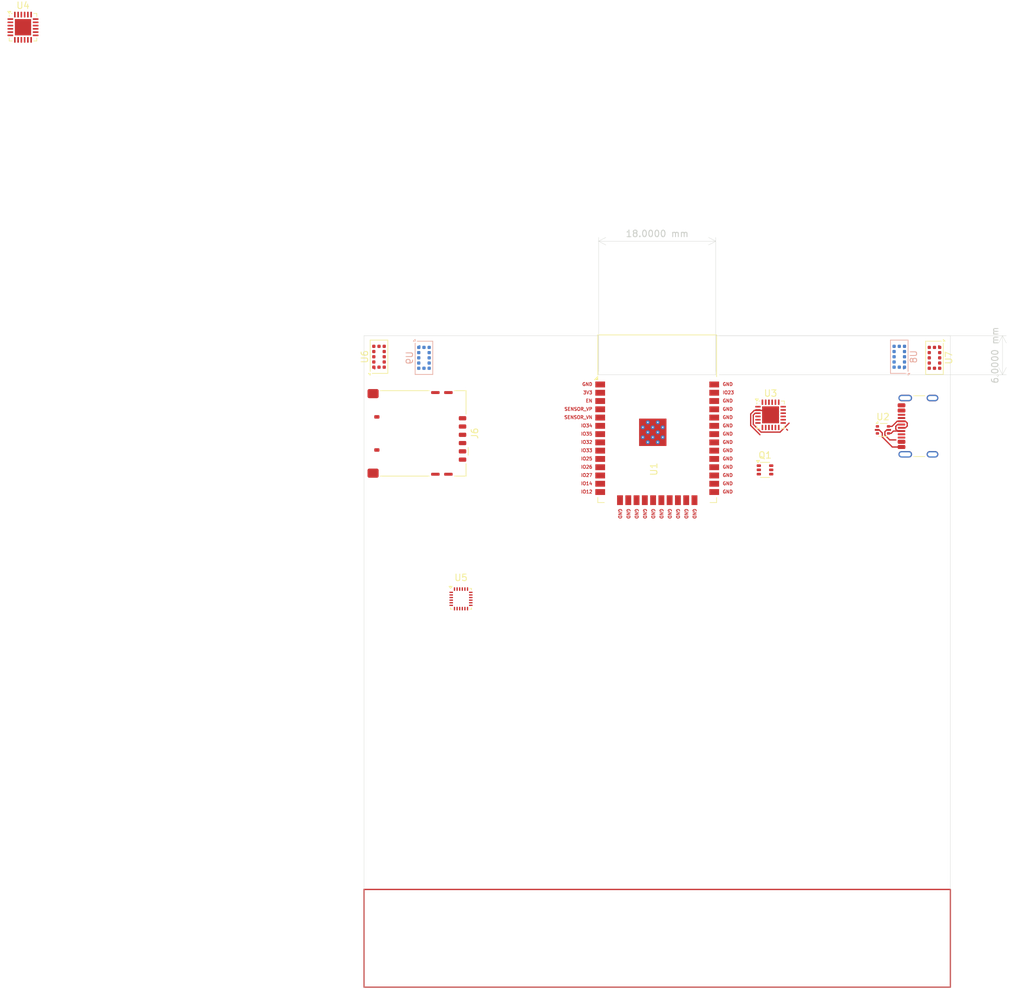
<source format=kicad_pcb>
(kicad_pcb (version 20240108) (generator "pcbnew") (generator_version "8.0")
  (layers (0 "F.Cu" signal) (31 "B.Cu" signal) (34 "B.Paste" user) (35 "F.Paste" user) (36 "B.SilkS" user "B.Silkscreen") (37 "F.SilkS" user "F.Silkscreen") (38 "B.Mask" user) (39 "F.Mask" user) (44 "Edge.Cuts" user))
  (net 0 "")
  (net 35 "GND")
  (net 36 "+3.3V")
  (net 37 "Net-(J1-D+-PadA6)")
  (net 38 "Net-(J1-D--PadA7)")
  (net 39 "+5VP")
  (net 40 "Net-(J1-CC1)")
  (net 41 "Net-(J1-CC2)")
  (net 49 "Net-(U4-GND-Pad19)")
  (net 51 "Net-(U4-SNS-Pad15)")
  (net 53 "Net-(U4-SW-Pad17)")
  (net 56 "Net-(U4-PMID-Pad21)")
  (net 61 "Net-(U4-BAT-Pad13)")
  (net 69 "Net-(U3-D+)")
  (net 70 "Net-(U3-D-)")
  (net 71 "+5V")
  (net 114 "Net-(U6-GND-Pad12)")
  (net 122 "Net-(U7-GND-Pad12)")
  (net 134 "Net-(U8-GND-Pad12)")
  (net 138 "Net-(U9-GND-Pad12)")
  (footprint "Connector_Card:microSIM_JAE_SF53S006VCBR2000" (layer "F.Cu") (at 63.5 65 -90)
    (property "Reference" "J6" (at 0 -8.5 90) (layer "F.SilkS"))
    (property "Value" "Micro_SD_Card_Det1")
    (fp_line (start -6.56 5.96) (end -6.56 -1.5) (stroke (width 0.12)) (layer "F.SilkS"))
    (fp_line (start 6.56 5.96) (end 6.56 -1.5) (stroke (width 0.12)) (layer "F.SilkS"))
    (fp_line (start -6.56 -5.4) (end -6.56 -7.16) (stroke (width 0.12)) (layer "F.SilkS"))
    (fp_line (start 6.56 -5.4) (end 6.56 -7.16) (stroke (width 0.12)) (layer "F.SilkS"))
    (fp_line (start -6.56 -7.16) (end -2.95 -7.16) (stroke (width 0.12)) (layer "F.SilkS"))
    (fp_line (start 4.65 -7.16) (end 6.56 -7.16) (stroke (width 0.12)) (layer "F.SilkS"))
    (fp_line (start 3.355 -7.495) (end 2.155 -7.495) (stroke (width 0.12)) (layer "F.SilkS"))
    (pad "1" smd roundrect (at 2.755 -6.62 270) (size 0.65 1.15) (layers "F.Cu" "F.Paste" "F.Mask"))
    (pad "2" smd roundrect (at 0.215 -6.62 270) (size 0.65 1.15) (layers "F.Cu" "F.Paste" "F.Mask"))
    (pad "3" smd roundrect (at -2.325 -6.62 270) (size 0.65 1.15) (layers "F.Cu" "F.Paste" "F.Mask"))
    (pad "5" smd roundrect (at 4.025 -6.62 270) (size 0.65 1.15) (layers "F.Cu" "F.Paste" "F.Mask"))
    (pad "6" smd roundrect (at 1.485 -6.62 270) (size 0.65 1.15) (layers "F.Cu" "F.Paste" "F.Mask"))
    (pad "7" smd roundrect (at -1.055 -6.62 270) (size 0.65 1.15) (layers "F.Cu" "F.Paste" "F.Mask"))
    (pad "SH" smd roundrect (at -6.27 -4.45 270) (size 0.45 1.3) (layers "F.Cu" "F.Paste" "F.Mask"))
    (pad "SH" smd roundrect (at -6.27 -2.45 270) (size 0.45 1.3) (layers "F.Cu" "F.Paste" "F.Mask"))
    (pad "SH" smd roundrect (at -6.105 7.11 270) (size 1.4 1.7) (layers "F.Cu" "F.Paste" "F.Mask") (roundrect_rratio 0.1785714286))
    (pad "SH" smd roundrect (at -2.535 6.53 270) (size 0.54 0.8) (layers "F.Cu" "F.Paste" "F.Mask"))
    (pad "SH" smd roundrect (at 2.545 6.53 270) (size 0.54 0.8) (layers "F.Cu" "F.Paste" "F.Mask"))
    (pad "SH" smd roundrect (at 6.105 7.11 270) (size 1.4 1.7) (layers "F.Cu" "F.Paste" "F.Mask") (roundrect_rratio 0.1785714286))
    (pad "SH" smd roundrect (at 6.27 -4.45 270) (size 0.45 1.3) (layers "F.Cu" "F.Paste" "F.Mask"))
    (pad "SH" smd roundrect (at 6.27 -2.45 270) (size 0.45 1.3) (layers "F.Cu" "F.Paste" "F.Mask"))
  )
  (footprint "Sensor_Distance:ST_VL53L1x" (layer "F.Cu") (at 142.56 53.4 -90)
    (property "Reference" "U7" (at 0 -2.2 90) (layer "F.SilkS"))
    (property "Value" "VL53L0CXV0DH1")
    (fp_line (start -2.55 1.35) (end 2.55 1.35) (stroke (width 0.12)) (layer "F.SilkS"))
    (fp_line (start 2.55 1.35) (end 2.55 -1.35) (stroke (width 0.12)) (layer "F.SilkS"))
    (fp_line (start -2.55 -1.05) (end -2.55 1.35) (stroke (width 0.12)) (layer "F.SilkS"))
    (fp_line (start 2.55 -1.35) (end -2.25 -1.35) (stroke (width 0.12)) (layer "F.SilkS"))
    (fp_poly (pts (xy -2.55 -1.35) (xy -2.83 -1.35) (xy -2.55 -1.63) (xy -2.55 -1.35)) (stroke (width 0.12)) (fill solid) (layer "F.SilkS"))
    (pad "1" smd roundrect (at -1.74 -0.675 270) (size 0.38 0.25) (layers "F.Cu" "F.Paste" "F.Mask"))
    (pad "1" smd roundrect (at -1.6 -0.8 270) (size 0.5 0.5) (layers "F.Cu" "F.Paste" "F.Mask"))
    (pad "2" smd roundrect (at -0.8 -0.8 270) (size 0.5 0.5) (layers "F.Cu" "F.Paste" "F.Mask"))
    (pad "3" smd roundrect (at 0 -0.8 270) (size 0.5 0.5) (layers "F.Cu" "F.Paste" "F.Mask") (net 122 "Net-(U7-GND-Pad12)"))
    (pad "4" smd roundrect (at 0.8 -0.8 270) (size 0.5 0.5) (layers "F.Cu" "F.Paste" "F.Mask") (net 122 "Net-(U7-GND-Pad12)"))
    (pad "5" smd roundrect (at 1.6 -0.8 270) (size 0.5 0.5) (layers "F.Cu" "F.Paste" "F.Mask"))
    (pad "6" smd roundrect (at 1.6 0 270) (size 0.5 0.5) (layers "F.Cu" "F.Paste" "F.Mask") (net 122 "Net-(U7-GND-Pad12)"))
    (pad "7" smd roundrect (at 1.6 0.8 270) (size 0.5 0.5) (layers "F.Cu" "F.Paste" "F.Mask"))
    (pad "8" smd roundrect (at 0.8 0.8 270) (size 0.5 0.5) (layers "F.Cu" "F.Paste" "F.Mask"))
    (pad "9" smd roundrect (at 0 0.8 270) (size 0.5 0.5) (layers "F.Cu" "F.Paste" "F.Mask"))
    (pad "10" smd roundrect (at -0.8 0.8 270) (size 0.5 0.5) (layers "F.Cu" "F.Paste" "F.Mask"))
    (pad "11" smd roundrect (at -1.6 0.8 270) (size 0.5 0.5) (layers "F.Cu" "F.Paste" "F.Mask"))
    (pad "12" smd roundrect (at -1.6 0 270) (size 0.5 0.5) (layers "F.Cu" "F.Paste" "F.Mask") (net 122 "Net-(U7-GND-Pad12)"))
  )
  (footprint "Package_TO_SOT_SMD:SOT-666" (layer "F.Cu") (at 134.65 64.4625)
    (property "Reference" "U2" (at 0 -2 0) (layer "F.SilkS"))
    (property "Value" "USBLC6-2P6")
    (fp_line (start 0.65 -0.99) (end -0.4 -0.99) (stroke (width 0.12)) (layer "F.SilkS"))
    (fp_line (start 0.65 0.99) (end -0.65 0.99) (stroke (width 0.12)) (layer "F.SilkS"))
    (fp_poly (pts (xy -0.77 -0.99) (xy -1.05 -0.99) (xy -0.77 -1.27) (xy -0.77 -0.99)) (stroke (width 0.12)) (fill solid) (layer "F.SilkS"))
    (pad "1" smd roundrect (at -0.85 -0.5375) (size 0.5 0.375) (layers "F.Cu" "F.Paste" "F.Mask") (net 69 "Net-(U3-D+)"))
    (pad "2" smd roundrect (at -0.925 0) (size 0.65 0.3) (layers "F.Cu" "F.Paste" "F.Mask") (net 35 "GND"))
    (pad "3" smd roundrect (at -0.85 0.5375) (size 0.5 0.375) (layers "F.Cu" "F.Paste" "F.Mask") (net 70 "Net-(U3-D-)"))
    (pad "4" smd roundrect (at 0.85 0.5375) (size 0.5 0.375) (layers "F.Cu" "F.Paste" "F.Mask") (net 38 "Net-(J1-D--PadA7)"))
    (pad "5" smd roundrect (at 0.925 0) (size 0.65 0.3) (layers "F.Cu" "F.Paste" "F.Mask") (net 71 "+5V"))
    (pad "6" smd roundrect (at 0.85 -0.5375) (size 0.5 0.375) (layers "F.Cu" "F.Paste" "F.Mask") (net 37 "Net-(J1-D+-PadA6)"))
  )
  (footprint "Package_DFN_QFN:QFN-24-1EP_4x4mm_P0.5mm_EP2.6x2.6mm" (layer "F.Cu") (at 117.4 62.15)
    (property "Reference" "U3" (at 0 -3.3 0) (layer "F.SilkS"))
    (property "Value" "CP2104")
    (fp_line (start -2.11 -1.635) (end -2.11 -1.87) (stroke (width 0.12)) (layer "F.SilkS"))
    (fp_line (start -2.11 2.11) (end -2.11 1.635) (stroke (width 0.12)) (layer "F.SilkS"))
    (fp_line (start -1.635 -2.11) (end -1.81 -2.11) (stroke (width 0.12)) (layer "F.SilkS"))
    (fp_line (start -1.635 2.11) (end -2.11 2.11) (stroke (width 0.12)) (layer "F.SilkS"))
    (fp_line (start 1.635 -2.11) (end 2.11 -2.11) (stroke (width 0.12)) (layer "F.SilkS"))
    (fp_line (start 1.635 2.11) (end 2.11 2.11) (stroke (width 0.12)) (layer "F.SilkS"))
    (fp_line (start 2.11 -2.11) (end 2.11 -1.635) (stroke (width 0.12)) (layer "F.SilkS"))
    (fp_line (start 2.11 2.11) (end 2.11 1.635) (stroke (width 0.12)) (layer "F.SilkS"))
    (fp_poly (pts (xy -2.11 -2.11) (xy -2.35 -2.44) (xy -1.87 -2.44) (xy -2.11 -2.11)) (stroke (width 0.12)) (fill solid) (layer "F.SilkS"))
    (pad "1" smd roundrect (at -1.9375 -1.25) (size 0.825 0.25) (layers "F.Cu" "F.Paste" "F.Mask"))
    (pad "2" smd roundrect (at -1.9375 -0.75) (size 0.825 0.25) (layers "F.Cu" "F.Paste" "F.Mask") (net 35 "GND"))
    (pad "3" smd roundrect (at -1.9375 -0.25) (size 0.825 0.25) (layers "F.Cu" "F.Paste" "F.Mask") (net 69 "Net-(U3-D+)"))
    (pad "4" smd roundrect (at -1.9375 0.25) (size 0.825 0.25) (layers "F.Cu" "F.Paste" "F.Mask") (net 70 "Net-(U3-D-)"))
    (pad "5" smd roundrect (at -1.9375 0.75) (size 0.825 0.25) (layers "F.Cu" "F.Paste" "F.Mask"))
    (pad "6" smd roundrect (at -1.9375 1.25) (size 0.825 0.25) (layers "F.Cu" "F.Paste" "F.Mask"))
    (pad "7" smd roundrect (at -1.25 1.9375) (size 0.25 0.825) (layers "F.Cu" "F.Paste" "F.Mask") (net 71 "+5V"))
    (pad "8" smd roundrect (at -0.75 1.9375) (size 0.25 0.825) (layers "F.Cu" "F.Paste" "F.Mask") (net 71 "+5V"))
    (pad "9" smd roundrect (at -0.25 1.9375) (size 0.25 0.825) (layers "F.Cu" "F.Paste" "F.Mask"))
    (pad "10" smd roundrect (at 0.25 1.9375) (size 0.25 0.825) (layers "F.Cu" "F.Paste" "F.Mask"))
    (pad "11" smd roundrect (at 0.75 1.9375) (size 0.25 0.825) (layers "F.Cu" "F.Paste" "F.Mask"))
    (pad "12" smd roundrect (at 1.25 1.9375) (size 0.25 0.825) (layers "F.Cu" "F.Paste" "F.Mask"))
    (pad "13" smd roundrect (at 1.9375 1.25) (size 0.825 0.25) (layers "F.Cu" "F.Paste" "F.Mask"))
    (pad "14" smd roundrect (at 1.9375 0.75) (size 0.825 0.25) (layers "F.Cu" "F.Paste" "F.Mask"))
    (pad "15" smd roundrect (at 1.9375 0.25) (size 0.825 0.25) (layers "F.Cu" "F.Paste" "F.Mask"))
    (pad "16" smd roundrect (at 1.9375 -0.25) (size 0.825 0.25) (layers "F.Cu" "F.Paste" "F.Mask"))
    (pad "17" smd roundrect (at 1.9375 -0.75) (size 0.825 0.25) (layers "F.Cu" "F.Paste" "F.Mask"))
    (pad "18" smd roundrect (at 1.9375 -1.25) (size 0.825 0.25) (layers "F.Cu" "F.Paste" "F.Mask"))
    (pad "19" smd roundrect (at 1.25 -1.9375) (size 0.25 0.825) (layers "F.Cu" "F.Paste" "F.Mask"))
    (pad "20" smd roundrect (at 0.75 -1.9375) (size 0.25 0.825) (layers "F.Cu" "F.Paste" "F.Mask"))
    (pad "21" smd roundrect (at 0.25 -1.9375) (size 0.25 0.825) (layers "F.Cu" "F.Paste" "F.Mask"))
    (pad "22" smd roundrect (at -0.25 -1.9375) (size 0.25 0.825) (layers "F.Cu" "F.Paste" "F.Mask"))
    (pad "23" smd roundrect (at -0.75 -1.9375) (size 0.25 0.825) (layers "F.Cu" "F.Paste" "F.Mask"))
    (pad "24" smd roundrect (at -1.25 -1.9375) (size 0.25 0.825) (layers "F.Cu" "F.Paste" "F.Mask"))
    (pad "25" smd rect (at 0 0) (size 2.6 2.6) (property pad_prop_heatsink) (layers "F.Cu" "F.Mask") (net 35 "GND"))
  )
  (footprint "RF_Module:ESP32-WROOM-32" (layer "F.Cu") (at 100 65.74)
    (property "Reference" "U1" (at -0.5 4.76 90) (layer "F.SilkS"))
    (property "Value" "ESP32-WROOM-32")
    (fp_line (start -9.12 -15.86) (end -9.12 -9.7) (stroke (width 0.12)) (layer "F.SilkS"))
    (fp_line (start -9.12 -15.86) (end 9.12 -15.86) (stroke (width 0.12)) (layer "F.SilkS"))
    (fp_line (start -9.12 9.1) (end -9.12 9.88) (stroke (width 0.12)) (layer "F.SilkS"))
    (fp_line (start -9.12 9.88) (end -8.12 9.88) (stroke (width 0.12)) (layer "F.SilkS"))
    (fp_line (start 9.12 -15.86) (end 9.12 -9.445) (stroke (width 0.12)) (layer "F.SilkS"))
    (fp_line (start 9.12 9.1) (end 9.12 9.88) (stroke (width 0.12)) (layer "F.SilkS"))
    (fp_line (start 9.12 9.88) (end 8.12 9.88) (stroke (width 0.12)) (layer "F.SilkS"))
    (fp_poly (pts (xy -9.125 -8.975) (xy -9.625 -8.975) (xy -9.125 -9.475) (xy -9.125 -8.975)) (stroke (width 0.12)) (fill solid) (layer "F.SilkS"))
    (pad "1" smd rect (at -8.75 -8.25) (size 1.5 0.9) (layers "F.Cu" "F.Paste" "F.Mask") (net 35 "GND"))
    (pad "2" smd rect (at -8.75 -6.98) (size 1.5 0.9) (layers "F.Cu" "F.Paste" "F.Mask") (net 36 "+3.3V"))
    (pad "3" smd rect (at -8.75 -5.71) (size 1.5 0.9) (layers "F.Cu" "F.Paste" "F.Mask"))
    (pad "4" smd rect (at -8.75 -4.44) (size 1.5 0.9) (layers "F.Cu" "F.Paste" "F.Mask"))
    (pad "5" smd rect (at -8.75 -3.17) (size 1.5 0.9) (layers "F.Cu" "F.Paste" "F.Mask"))
    (pad "6" smd rect (at -8.75 -1.9) (size 1.5 0.9) (layers "F.Cu" "F.Paste" "F.Mask"))
    (pad "7" smd rect (at -8.75 -0.63) (size 1.5 0.9) (layers "F.Cu" "F.Paste" "F.Mask"))
    (pad "8" smd rect (at -8.75 0.64) (size 1.5 0.9) (layers "F.Cu" "F.Paste" "F.Mask"))
    (pad "9" smd rect (at -8.75 1.91) (size 1.5 0.9) (layers "F.Cu" "F.Paste" "F.Mask"))
    (pad "10" smd rect (at -8.75 3.18) (size 1.5 0.9) (layers "F.Cu" "F.Paste" "F.Mask"))
    (pad "11" smd rect (at -8.75 4.45) (size 1.5 0.9) (layers "F.Cu" "F.Paste" "F.Mask"))
    (pad "12" smd rect (at -8.75 5.72) (size 1.5 0.9) (layers "F.Cu" "F.Paste" "F.Mask"))
    (pad "13" smd rect (at -8.75 6.99) (size 1.5 0.9) (layers "F.Cu" "F.Paste" "F.Mask"))
    (pad "14" smd rect (at -8.75 8.26) (size 1.5 0.9) (layers "F.Cu" "F.Paste" "F.Mask"))
    (pad "15" smd rect (at -5.71 9.51 90) (size 1.5 0.9) (layers "F.Cu" "F.Paste" "F.Mask") (net 35 "GND"))
    (pad "16" smd rect (at -4.44 9.51 90) (size 1.5 0.9) (layers "F.Cu" "F.Paste" "F.Mask"))
    (pad "17" smd rect (at -3.17 9.51 90) (size 1.5 0.9) (layers "F.Cu" "F.Paste" "F.Mask"))
    (pad "18" smd rect (at -1.9 9.51 90) (size 1.5 0.9) (layers "F.Cu" "F.Paste" "F.Mask"))
    (pad "19" smd rect (at -0.63 9.51 90) (size 1.5 0.9) (layers "F.Cu" "F.Paste" "F.Mask"))
    (pad "20" smd rect (at 0.64 9.51 90) (size 1.5 0.9) (layers "F.Cu" "F.Paste" "F.Mask"))
    (pad "21" smd rect (at 1.91 9.51 90) (size 1.5 0.9) (layers "F.Cu" "F.Paste" "F.Mask"))
    (pad "22" smd rect (at 3.18 9.51 90) (size 1.5 0.9) (layers "F.Cu" "F.Paste" "F.Mask"))
    (pad "23" smd rect (at 4.45 9.51 90) (size 1.5 0.9) (layers "F.Cu" "F.Paste" "F.Mask"))
    (pad "24" smd rect (at 5.72 9.51 90) (size 1.5 0.9) (layers "F.Cu" "F.Paste" "F.Mask"))
    (pad "25" smd rect (at 8.75 8.26) (size 1.5 0.9) (layers "F.Cu" "F.Paste" "F.Mask"))
    (pad "26" smd rect (at 8.75 6.99) (size 1.5 0.9) (layers "F.Cu" "F.Paste" "F.Mask"))
    (pad "27" smd rect (at 8.75 5.72) (size 1.5 0.9) (layers "F.Cu" "F.Paste" "F.Mask"))
    (pad "28" smd rect (at 8.75 4.45) (size 1.5 0.9) (layers "F.Cu" "F.Paste" "F.Mask"))
    (pad "29" smd rect (at 8.75 3.18) (size 1.5 0.9) (layers "F.Cu" "F.Paste" "F.Mask"))
    (pad "30" smd rect (at 8.75 1.91) (size 1.5 0.9) (layers "F.Cu" "F.Paste" "F.Mask"))
    (pad "31" smd rect (at 8.75 0.64) (size 1.5 0.9) (layers "F.Cu" "F.Paste" "F.Mask"))
    (pad "32" smd rect (at 8.75 -0.63) (size 1.5 0.9) (layers "F.Cu" "F.Paste" "F.Mask"))
    (pad "33" smd rect (at 8.75 -1.9) (size 1.5 0.9) (layers "F.Cu" "F.Paste" "F.Mask"))
    (pad "34" smd rect (at 8.75 -3.17) (size 1.5 0.9) (layers "F.Cu" "F.Paste" "F.Mask"))
    (pad "35" smd rect (at 8.75 -4.44) (size 1.5 0.9) (layers "F.Cu" "F.Paste" "F.Mask"))
    (pad "36" smd rect (at 8.75 -5.71) (size 1.5 0.9) (layers "F.Cu" "F.Paste" "F.Mask"))
    (pad "37" smd rect (at 8.75 -6.98) (size 1.5 0.9) (layers "F.Cu" "F.Paste" "F.Mask"))
    (pad "38" smd rect (at 8.75 -8.25) (size 1.5 0.9) (layers "F.Cu" "F.Paste" "F.Mask") (net 35 "GND"))
    (pad "39" smd rect (at -2.205 -2.435) (size 1.05 1.05) (layers "F.Cu" "F.Paste") (net 35 "GND"))
    (pad "39" thru_hole circle (at -2.205 -1.6725) (size 0.6 0.6) (drill 0.2) (property pad_prop_heatsink) (layers "*.Cu" "F.Mask") (net 35 "GND"))
    (pad "39" smd rect (at -2.205 -0.91) (size 1.05 1.05) (layers "F.Cu" "F.Paste") (net 35 "GND"))
    (pad "39" thru_hole circle (at -2.205 -0.1475) (size 0.6 0.6) (drill 0.2) (property pad_prop_heatsink) (layers "*.Cu" "F.Mask") (net 35 "GND"))
    (pad "39" smd rect (at -2.205 0.615) (size 1.05 1.05) (layers "F.Cu" "F.Paste") (net 35 "GND"))
    (pad "39" thru_hole circle (at -1.4425 -2.435) (size 0.6 0.6) (drill 0.2) (property pad_prop_heatsink) (layers "*.Cu" "F.Mask") (net 35 "GND"))
    (pad "39" thru_hole circle (at -1.4425 -0.91) (size 0.6 0.6) (drill 0.2) (property pad_prop_heatsink) (layers "*.Cu" "F.Mask") (net 35 "GND"))
    (pad "39" thru_hole circle (at -1.4425 0.615) (size 0.6 0.6) (drill 0.2) (property pad_prop_heatsink) (layers "*.Cu" "F.Mask") (net 35 "GND"))
    (pad "39" smd rect (at -0.68 -2.435) (size 1.05 1.05) (layers "F.Cu" "F.Paste") (net 35 "GND"))
    (pad "39" thru_hole circle (at -0.68 -1.6725) (size 0.6 0.6) (drill 0.2) (property pad_prop_heatsink) (layers "*.Cu" "F.Mask") (net 35 "GND"))
    (pad "39" smd rect (at -0.68 -0.91) (size 1.05 1.05) (layers "F.Cu" "F.Paste") (net 35 "GND"))
    (pad "39" smd rect (at -0.68 -0.91) (size 4.2 4.2) (layers "F.Cu" "F.Mask") (net 35 "GND"))
    (pad "39" thru_hole circle (at -0.68 -0.1475) (size 0.6 0.6) (drill 0.2) (property pad_prop_heatsink) (layers "*.Cu" "F.Mask") (net 35 "GND"))
    (pad "39" smd rect (at -0.68 0.615) (size 1.05 1.05) (layers "F.Cu" "F.Paste") (net 35 "GND"))
    (pad "39" thru_hole circle (at 0.0825 -2.435) (size 0.6 0.6) (drill 0.2) (property pad_prop_heatsink) (layers "*.Cu" "F.Mask") (net 35 "GND"))
    (pad "39" thru_hole circle (at 0.0825 -0.91) (size 0.6 0.6) (drill 0.2) (property pad_prop_heatsink) (layers "*.Cu" "F.Mask") (net 35 "GND"))
    (pad "39" thru_hole circle (at 0.0825 0.615) (size 0.6 0.6) (drill 0.2) (property pad_prop_heatsink) (layers "*.Cu" "F.Mask") (net 35 "GND"))
    (pad "39" smd rect (at 0.845 -2.435) (size 1.05 1.05) (layers "F.Cu" "F.Paste") (net 35 "GND"))
    (pad "39" thru_hole circle (at 0.845 -1.6725) (size 0.6 0.6) (drill 0.2) (property pad_prop_heatsink) (layers "*.Cu" "F.Mask") (net 35 "GND"))
    (pad "39" smd rect (at 0.845 -0.91) (size 1.05 1.05) (layers "F.Cu" "F.Paste") (net 35 "GND"))
    (pad "39" thru_hole circle (at 0.845 -0.1475) (size 0.6 0.6) (drill 0.2) (property pad_prop_heatsink) (layers "*.Cu" "F.Mask") (net 35 "GND"))
    (pad "39" smd rect (at 0.845 0.615) (size 1.05 1.05) (layers "F.Cu" "F.Paste") (net 35 "GND"))
  )
  (footprint "Package_TO_SOT_SMD:SOT-363_SC-70-6" (layer "F.Cu") (at 116.55 70.6)
    (property "Reference" "Q1" (at 0 -2.25 0) (layer "F.SilkS"))
    (property "Value" "UMH3N")
    (fp_line (start -0.71 -1.16) (end 0.7 -1.16) (stroke (width 0.12)) (layer "F.SilkS"))
    (fp_line (start -0.7 1.16) (end 0.7 1.16) (stroke (width 0.12)) (layer "F.SilkS"))
    (fp_poly (pts (xy -1.08 -1.11) (xy -1.32 -1.44) (xy -0.84 -1.44) (xy -1.08 -1.11)) (stroke (width 0.12)) (fill solid) (layer "F.SilkS"))
    (pad "1" smd roundrect (at -0.95 -0.65) (size 0.65 0.4) (layers "F.Cu" "F.Paste" "F.Mask"))
    (pad "2" smd roundrect (at -0.95 0) (size 0.65 0.4) (layers "F.Cu" "F.Paste" "F.Mask"))
    (pad "3" smd roundrect (at -0.95 0.65) (size 0.65 0.4) (layers "F.Cu" "F.Paste" "F.Mask"))
    (pad "4" smd roundrect (at 0.95 0.65) (size 0.65 0.4) (layers "F.Cu" "F.Paste" "F.Mask"))
    (pad "5" smd roundrect (at 0.95 0) (size 0.65 0.4) (layers "F.Cu" "F.Paste" "F.Mask"))
    (pad "6" smd roundrect (at 0.95 -0.65) (size 0.65 0.4) (layers "F.Cu" "F.Paste" "F.Mask"))
  )
  (footprint "Sensor_Motion:InvenSense_QFN-24_3x3mm_P0.4mm" (layer "F.Cu") (at 69.885 90.395)
    (property "Reference" "U5" (at 0 -3.25 0) (layer "F.SilkS"))
    (property "Value" "MPU-9250")
    (fp_line (start -1.6 1.6) (end -1.6 1.35) (stroke (width 0.12)) (layer "F.SilkS"))
    (fp_line (start -1.6 1.6) (end -1.35 1.6) (stroke (width 0.12)) (layer "F.SilkS"))
    (fp_line (start 1.6 -1.6) (end 1.35 -1.6) (stroke (width 0.12)) (layer "F.SilkS"))
    (fp_line (start 1.6 -1.6) (end 1.6 -1.35) (stroke (width 0.12)) (layer "F.SilkS"))
    (fp_line (start 1.6 1.6) (end 1.35 1.6) (stroke (width 0.12)) (layer "F.SilkS"))
    (fp_line (start 1.6 1.6) (end 1.6 1.35) (stroke (width 0.12)) (layer "F.SilkS"))
    (fp_poly (pts (xy -1.6 -1.6) (xy -1.84 -1.93) (xy -1.36 -1.93) (xy -1.6 -1.6)) (stroke (width 0.12)) (fill solid) (layer "F.SilkS"))
    (pad "1" smd roundrect (at -1.5 -1) (size 0.55 0.2) (layers "F.Cu" "F.Paste" "F.Mask"))
    (pad "2" smd roundrect (at -1.5 -0.6) (size 0.55 0.2) (layers "F.Cu" "F.Paste" "F.Mask"))
    (pad "3" smd roundrect (at -1.5 -0.2) (size 0.55 0.2) (layers "F.Cu" "F.Paste" "F.Mask"))
    (pad "4" smd roundrect (at -1.5 0.2) (size 0.55 0.2) (layers "F.Cu" "F.Paste" "F.Mask"))
    (pad "5" smd roundrect (at -1.5 0.6) (size 0.55 0.2) (layers "F.Cu" "F.Paste" "F.Mask"))
    (pad "6" smd roundrect (at -1.5 1) (size 0.55 0.2) (layers "F.Cu" "F.Paste" "F.Mask"))
    (pad "7" smd roundrect (at -1 1.5 90) (size 0.55 0.2) (layers "F.Cu" "F.Paste" "F.Mask"))
    (pad "8" smd roundrect (at -0.6 1.5 90) (size 0.55 0.2) (layers "F.Cu" "F.Paste" "F.Mask"))
    (pad "9" smd roundrect (at -0.2 1.5 90) (size 0.55 0.2) (layers "F.Cu" "F.Paste" "F.Mask"))
    (pad "10" smd roundrect (at 0.2 1.5 90) (size 0.55 0.2) (layers "F.Cu" "F.Paste" "F.Mask"))
    (pad "11" smd roundrect (at 0.6 1.5 90) (size 0.55 0.2) (layers "F.Cu" "F.Paste" "F.Mask"))
    (pad "12" smd roundrect (at 1 1.5 90) (size 0.55 0.2) (layers "F.Cu" "F.Paste" "F.Mask"))
    (pad "13" smd roundrect (at 1.5 1) (size 0.55 0.2) (layers "F.Cu" "F.Paste" "F.Mask"))
    (pad "14" smd roundrect (at 1.5 0.6) (size 0.55 0.2) (layers "F.Cu" "F.Paste" "F.Mask"))
    (pad "15" smd roundrect (at 1.5 0.2) (size 0.55 0.2) (layers "F.Cu" "F.Paste" "F.Mask"))
    (pad "16" smd roundrect (at 1.5 -0.2) (size 0.55 0.2) (layers "F.Cu" "F.Paste" "F.Mask"))
    (pad "17" smd roundrect (at 1.5 -0.6) (size 0.55 0.2) (layers "F.Cu" "F.Paste" "F.Mask"))
    (pad "18" smd roundrect (at 1.5 -1) (size 0.55 0.2) (layers "F.Cu" "F.Paste" "F.Mask"))
    (pad "19" smd roundrect (at 1 -1.5 90) (size 0.55 0.2) (layers "F.Cu" "F.Paste" "F.Mask"))
    (pad "20" smd roundrect (at 0.6 -1.5 90) (size 0.55 0.2) (layers "F.Cu" "F.Paste" "F.Mask"))
    (pad "21" smd roundrect (at 0.2 -1.5 90) (size 0.55 0.2) (layers "F.Cu" "F.Paste" "F.Mask"))
    (pad "22" smd roundrect (at -0.2 -1.5 90) (size 0.55 0.2) (layers "F.Cu" "F.Paste" "F.Mask"))
    (pad "23" smd roundrect (at -0.6 -1.5 90) (size 0.55 0.2) (layers "F.Cu" "F.Paste" "F.Mask"))
    (pad "24" smd roundrect (at -1 -1.5 90) (size 0.55 0.2) (layers "F.Cu" "F.Paste" "F.Mask"))
  )
  (footprint "Package_DFN_QFN:VQFN-24-1EP_4x4mm_P0.5mm_EP2.5x2.5mm" (layer "F.Cu") (at 2.655 2.655)
    (property "Reference" "U4" (at 0 -3.33 0) (layer "F.SilkS"))
    (property "Value" "BQ25887")
    (fp_line (start -2.11 -1.635) (end -2.11 -1.87) (stroke (width 0.12)) (layer "F.SilkS"))
    (fp_line (start -2.11 2.11) (end -2.11 1.635) (stroke (width 0.12)) (layer "F.SilkS"))
    (fp_line (start -1.635 -2.11) (end -1.81 -2.11) (stroke (width 0.12)) (layer "F.SilkS"))
    (fp_line (start -1.635 2.11) (end -2.11 2.11) (stroke (width 0.12)) (layer "F.SilkS"))
    (fp_line (start 1.635 -2.11) (end 2.11 -2.11) (stroke (width 0.12)) (layer "F.SilkS"))
    (fp_line (start 1.635 2.11) (end 2.11 2.11) (stroke (width 0.12)) (layer "F.SilkS"))
    (fp_line (start 2.11 -2.11) (end 2.11 -1.635) (stroke (width 0.12)) (layer "F.SilkS"))
    (fp_line (start 2.11 2.11) (end 2.11 1.635) (stroke (width 0.12)) (layer "F.SilkS"))
    (fp_poly (pts (xy -2.11 -2.11) (xy -2.35 -2.44) (xy -1.87 -2.44) (xy -2.11 -2.11)) (stroke (width 0.12)) (fill solid) (layer "F.SilkS"))
    (pad "1" smd roundrect (at -1.9375 -1.25) (size 0.875 0.25) (layers "F.Cu" "F.Paste" "F.Mask"))
    (pad "2" smd roundrect (at -1.9375 -0.75) (size 0.875 0.25) (layers "F.Cu" "F.Paste" "F.Mask"))
    (pad "3" smd roundrect (at -1.9375 -0.25) (size 0.875 0.25) (layers "F.Cu" "F.Paste" "F.Mask"))
    (pad "4" smd roundrect (at -1.9375 0.25) (size 0.875 0.25) (layers "F.Cu" "F.Paste" "F.Mask"))
    (pad "5" smd roundrect (at -1.9375 0.75) (size 0.875 0.25) (layers "F.Cu" "F.Paste" "F.Mask"))
    (pad "6" smd roundrect (at -1.9375 1.25) (size 0.875 0.25) (layers "F.Cu" "F.Paste" "F.Mask"))
    (pad "7" smd roundrect (at -1.25 1.9375) (size 0.25 0.875) (layers "F.Cu" "F.Paste" "F.Mask"))
    (pad "8" smd roundrect (at -0.75 1.9375) (size 0.25 0.875) (layers "F.Cu" "F.Paste" "F.Mask"))
    (pad "9" smd roundrect (at -0.25 1.9375) (size 0.25 0.875) (layers "F.Cu" "F.Paste" "F.Mask"))
    (pad "10" smd roundrect (at 0.25 1.9375) (size 0.25 0.875) (layers "F.Cu" "F.Paste" "F.Mask"))
    (pad "11" smd roundrect (at 0.75 1.9375) (size 0.25 0.875) (layers "F.Cu" "F.Paste" "F.Mask"))
    (pad "12" smd roundrect (at 1.25 1.9375) (size 0.25 0.875) (layers "F.Cu" "F.Paste" "F.Mask"))
    (pad "13" smd roundrect (at 1.9375 1.25) (size 0.875 0.25) (layers "F.Cu" "F.Paste" "F.Mask") (net 61 "Net-(U4-BAT-Pad13)"))
    (pad "14" smd roundrect (at 1.9375 0.75) (size 0.875 0.25) (layers "F.Cu" "F.Paste" "F.Mask") (net 61 "Net-(U4-BAT-Pad13)"))
    (pad "15" smd roundrect (at 1.9375 0.25) (size 0.875 0.25) (layers "F.Cu" "F.Paste" "F.Mask") (net 51 "Net-(U4-SNS-Pad15)"))
    (pad "16" smd roundrect (at 1.9375 -0.25) (size 0.875 0.25) (layers "F.Cu" "F.Paste" "F.Mask") (net 51 "Net-(U4-SNS-Pad15)"))
    (pad "17" smd roundrect (at 1.9375 -0.75) (size 0.875 0.25) (layers "F.Cu" "F.Paste" "F.Mask") (net 53 "Net-(U4-SW-Pad17)"))
    (pad "18" smd roundrect (at 1.9375 -1.25) (size 0.875 0.25) (layers "F.Cu" "F.Paste" "F.Mask") (net 53 "Net-(U4-SW-Pad17)"))
    (pad "19" smd roundrect (at 1.25 -1.9375) (size 0.25 0.875) (layers "F.Cu" "F.Paste" "F.Mask") (net 49 "Net-(U4-GND-Pad19)"))
    (pad "20" smd roundrect (at 0.75 -1.9375) (size 0.25 0.875) (layers "F.Cu" "F.Paste" "F.Mask") (net 49 "Net-(U4-GND-Pad19)"))
    (pad "21" smd roundrect (at 0.25 -1.9375) (size 0.25 0.875) (layers "F.Cu" "F.Paste" "F.Mask") (net 56 "Net-(U4-PMID-Pad21)"))
    (pad "22" smd roundrect (at -0.25 -1.9375) (size 0.25 0.875) (layers "F.Cu" "F.Paste" "F.Mask") (net 56 "Net-(U4-PMID-Pad21)"))
    (pad "23" smd roundrect (at -0.75 -1.9375) (size 0.25 0.875) (layers "F.Cu" "F.Paste" "F.Mask"))
    (pad "24" smd roundrect (at -1.25 -1.9375) (size 0.25 0.875) (layers "F.Cu" "F.Paste" "F.Mask"))
    (pad "25" smd rect (at 0 0) (size 2.5 2.5) (property pad_prop_heatsink) (layers "F.Cu" "F.Mask"))
  )
  (footprint "Sensor_Distance:ST_VL53L1x" (layer "F.Cu") (at 57.3 53.235 90)
    (property "Reference" "U6" (at 0 -2.2 90) (layer "F.SilkS"))
    (property "Value" "VL53L0CXV0DH1")
    (fp_line (start 2.55 -1.35) (end -2.25 -1.35) (stroke (width 0.12)) (layer "F.SilkS"))
    (fp_line (start -2.55 -1.05) (end -2.55 1.35) (stroke (width 0.12)) (layer "F.SilkS"))
    (fp_line (start 2.55 1.35) (end 2.55 -1.35) (stroke (width 0.12)) (layer "F.SilkS"))
    (fp_line (start -2.55 1.35) (end 2.55 1.35) (stroke (width 0.12)) (layer "F.SilkS"))
    (fp_poly (pts (xy -2.55 -1.35) (xy -2.83 -1.35) (xy -2.55 -1.63) (xy -2.55 -1.35)) (stroke (width 0.12)) (fill solid) (layer "F.SilkS"))
    (pad "1" smd roundrect (at -1.74 -0.675 90) (size 0.38 0.25) (layers "F.Cu" "F.Paste" "F.Mask"))
    (pad "1" smd roundrect (at -1.6 -0.8 90) (size 0.5 0.5) (layers "F.Cu" "F.Paste" "F.Mask"))
    (pad "2" smd roundrect (at -0.8 -0.8 90) (size 0.5 0.5) (layers "F.Cu" "F.Paste" "F.Mask"))
    (pad "3" smd roundrect (at 0 -0.8 90) (size 0.5 0.5) (layers "F.Cu" "F.Paste" "F.Mask") (net 114 "Net-(U6-GND-Pad12)"))
    (pad "4" smd roundrect (at 0.8 -0.8 90) (size 0.5 0.5) (layers "F.Cu" "F.Paste" "F.Mask") (net 114 "Net-(U6-GND-Pad12)"))
    (pad "5" smd roundrect (at 1.6 -0.8 90) (size 0.5 0.5) (layers "F.Cu" "F.Paste" "F.Mask"))
    (pad "6" smd roundrect (at 1.6 0 90) (size 0.5 0.5) (layers "F.Cu" "F.Paste" "F.Mask") (net 114 "Net-(U6-GND-Pad12)"))
    (pad "7" smd roundrect (at 1.6 0.8 90) (size 0.5 0.5) (layers "F.Cu" "F.Paste" "F.Mask"))
    (pad "8" smd roundrect (at 0.8 0.8 90) (size 0.5 0.5) (layers "F.Cu" "F.Paste" "F.Mask"))
    (pad "9" smd roundrect (at 0 0.8 90) (size 0.5 0.5) (layers "F.Cu" "F.Paste" "F.Mask"))
    (pad "10" smd roundrect (at -0.8 0.8 90) (size 0.5 0.5) (layers "F.Cu" "F.Paste" "F.Mask"))
    (pad "11" smd roundrect (at -1.6 0.8 90) (size 0.5 0.5) (layers "F.Cu" "F.Paste" "F.Mask"))
    (pad "12" smd roundrect (at -1.6 0 90) (size 0.5 0.5) (layers "F.Cu" "F.Paste" "F.Mask") (net 114 "Net-(U6-GND-Pad12)"))
  )
  (footprint "Connector_USB:USB_C_Receptacle_GCT_USB4105-xx-A_16P_TopMnt_Horizontal" (layer "F.Cu") (at 141.18 63.89 90)
    (property "Reference" "J1" (hide yes))
    (property "Value" "USB_C_Receptacle_USB2.0_16P")
    (fp_line (start 4.67 -0.1) (end 4.67 -1.8) (stroke (width 0.12)) (layer "F.SilkS"))
    (fp_line (start -4.67 -0.1) (end -4.67 -1.8) (stroke (width 0.12)) (layer "F.SilkS"))
    (pad "" np_thru_hole circle (at -2.89 -2.605 90) (size 0.65 0.65) (drill 0.65) (layers "F&B.Cu" "*.Mask"))
    (pad "" np_thru_hole circle (at 2.89 -2.605 90) (size 0.65 0.65) (drill 0.65) (layers "F&B.Cu" "*.Mask"))
    (pad "A1" smd roundrect (at -3.2 -3.68 90) (size 0.6 1.15) (layers "F.Cu" "F.Paste" "F.Mask") (net 35 "GND"))
    (pad "A4" smd roundrect (at -2.4 -3.68 90) (size 0.6 1.15) (layers "F.Cu" "F.Paste" "F.Mask") (net 39 "+5VP"))
    (pad "A5" smd roundrect (at -1.25 -3.68 90) (size 0.3 1.15) (layers "F.Cu" "F.Paste" "F.Mask") (net 40 "Net-(J1-CC1)"))
    (pad "A6" smd roundrect (at -0.25 -3.68 90) (size 0.3 1.15) (layers "F.Cu" "F.Paste" "F.Mask") (net 37 "Net-(J1-D+-PadA6)"))
    (pad "A7" smd roundrect (at 0.25 -3.68 90) (size 0.3 1.15) (layers "F.Cu" "F.Paste" "F.Mask") (net 38 "Net-(J1-D--PadA7)"))
    (pad "A8" smd roundrect (at 1.25 -3.68 90) (size 0.3 1.15) (layers "F.Cu" "F.Paste" "F.Mask"))
    (pad "A9" smd roundrect (at 2.4 -3.68 90) (size 0.6 1.15) (layers "F.Cu" "F.Paste" "F.Mask") (net 39 "+5VP"))
    (pad "A12" smd roundrect (at 3.2 -3.68 90) (size 0.6 1.15) (layers "F.Cu" "F.Paste" "F.Mask") (net 35 "GND"))
    (pad "B1" smd roundrect (at 3.2 -3.68 90) (size 0.6 1.15) (layers "F.Cu" "F.Paste" "F.Mask") (net 35 "GND"))
    (pad "B4" smd roundrect (at 2.4 -3.68 90) (size 0.6 1.15) (layers "F.Cu" "F.Paste" "F.Mask") (net 39 "+5VP"))
    (pad "B5" smd roundrect (at 1.75 -3.68 90) (size 0.3 1.15) (layers "F.Cu" "F.Paste" "F.Mask") (net 41 "Net-(J1-CC2)"))
    (pad "B6" smd roundrect (at 0.75 -3.68 90) (size 0.3 1.15) (layers "F.Cu" "F.Paste" "F.Mask") (net 37 "Net-(J1-D+-PadA6)"))
    (pad "B7" smd roundrect (at -0.75 -3.68 90) (size 0.3 1.15) (layers "F.Cu" "F.Paste" "F.Mask") (net 38 "Net-(J1-D--PadA7)"))
    (pad "B8" smd roundrect (at -1.75 -3.68 90) (size 0.3 1.15) (layers "F.Cu" "F.Paste" "F.Mask"))
    (pad "B9" smd roundrect (at -2.4 -3.68 90) (size 0.6 1.15) (layers "F.Cu" "F.Paste" "F.Mask") (net 39 "+5VP"))
    (pad "B12" smd roundrect (at -3.2 -3.68 90) (size 0.6 1.15) (layers "F.Cu" "F.Paste" "F.Mask") (net 35 "GND"))
    (pad "S1" thru_hole oval (at -4.32 -3.105 90) (size 1 2.1) (drill oval 0.6 1.7) (layers "*.Cu" "*.Mask" "F.Paste") (net 35 "GND"))
    (pad "S1" thru_hole oval (at -4.32 1.075 90) (size 1 1.8) (drill oval 0.6 1.4) (layers "*.Cu" "*.Mask" "F.Paste") (net 35 "GND"))
    (pad "S1" thru_hole oval (at 4.32 -3.105 90) (size 1 2.1) (drill oval 0.6 1.7) (layers "*.Cu" "*.Mask" "F.Paste") (net 35 "GND"))
    (pad "S1" thru_hole oval (at 4.32 1.075 90) (size 1 1.8) (drill oval 0.6 1.4) (layers "*.Cu" "*.Mask" "F.Paste") (net 35 "GND"))
  )
  (footprint "Sensor_Distance:ST_VL53L1x" (layer "B.Cu") (at 137.16 53.235 90)
    (property "Reference" "U8" (at 0 2.2 90) (layer "B.SilkS") (effects (justify mirror)))
    (property "Value" "VL53L0CXV0DH1")
    (fp_line (start 2.55 -1.35) (end -2.55 -1.35) (stroke (width 0.12)) (layer "B.SilkS"))
    (fp_line (start -2.55 -1.35) (end -2.55 1.05) (stroke (width 0.12)) (layer "B.SilkS"))
    (fp_line (start 2.55 1.35) (end 2.55 -1.35) (stroke (width 0.12)) (layer "B.SilkS"))
    (fp_line (start -2.25 1.35) (end 2.55 1.35) (stroke (width 0.12)) (layer "B.SilkS"))
    (fp_poly (pts (xy -2.55 1.35) (xy -2.83 1.35) (xy -2.55 1.63) (xy -2.55 1.35)) (stroke (width 0.12)) (fill solid) (layer "B.SilkS"))
    (pad "1" smd roundrect (at -1.74 0.675 90) (size 0.38 0.25) (layers "B.Cu" "B.Paste" "B.Mask"))
    (pad "1" smd roundrect (at -1.6 0.8 90) (size 0.5 0.5) (layers "B.Cu" "B.Paste" "B.Mask"))
    (pad "2" smd roundrect (at -0.8 0.8 90) (size 0.5 0.5) (layers "B.Cu" "B.Paste" "B.Mask"))
    (pad "3" smd roundrect (at 0 0.8 90) (size 0.5 0.5) (layers "B.Cu" "B.Paste" "B.Mask") (net 134 "Net-(U8-GND-Pad12)"))
    (pad "4" smd roundrect (at 0.8 0.8 90) (size 0.5 0.5) (layers "B.Cu" "B.Paste" "B.Mask") (net 134 "Net-(U8-GND-Pad12)"))
    (pad "5" smd roundrect (at 1.6 0.8 90) (size 0.5 0.5) (layers "B.Cu" "B.Paste" "B.Mask"))
    (pad "6" smd roundrect (at 1.6 0 90) (size 0.5 0.5) (layers "B.Cu" "B.Paste" "B.Mask") (net 134 "Net-(U8-GND-Pad12)"))
    (pad "7" smd roundrect (at 1.6 -0.8 90) (size 0.5 0.5) (layers "B.Cu" "B.Paste" "B.Mask"))
    (pad "8" smd roundrect (at 0.8 -0.8 90) (size 0.5 0.5) (layers "B.Cu" "B.Paste" "B.Mask"))
    (pad "9" smd roundrect (at 0 -0.8 90) (size 0.5 0.5) (layers "B.Cu" "B.Paste" "B.Mask"))
    (pad "10" smd roundrect (at -0.8 -0.8 90) (size 0.5 0.5) (layers "B.Cu" "B.Paste" "B.Mask"))
    (pad "11" smd roundrect (at -1.6 -0.8 90) (size 0.5 0.5) (layers "B.Cu" "B.Paste" "B.Mask"))
    (pad "12" smd roundrect (at -1.6 0 90) (size 0.5 0.5) (layers "B.Cu" "B.Paste" "B.Mask") (net 134 "Net-(U8-GND-Pad12)"))
  )
  (footprint "Sensor_Distance:ST_VL53L1x" (layer "B.Cu") (at 64.2 53.4 -90)
    (property "Reference" "U9" (at 0 2.2 90) (layer "B.SilkS") (effects (justify mirror)))
    (property "Value" "VL53L0CXV0DH1")
    (fp_line (start -2.25 1.35) (end 2.55 1.35) (stroke (width 0.12)) (layer "B.SilkS"))
    (fp_line (start 2.55 1.35) (end 2.55 -1.35) (stroke (width 0.12)) (layer "B.SilkS"))
    (fp_line (start -2.55 -1.35) (end -2.55 1.05) (stroke (width 0.12)) (layer "B.SilkS"))
    (fp_line (start 2.55 -1.35) (end -2.55 -1.35) (stroke (width 0.12)) (layer "B.SilkS"))
    (fp_poly (pts (xy -2.55 1.35) (xy -2.83 1.35) (xy -2.55 1.63) (xy -2.55 1.35)) (stroke (width 0.12)) (fill solid) (layer "B.SilkS"))
    (pad "1" smd roundrect (at -1.74 0.675 270) (size 0.38 0.25) (layers "B.Cu" "B.Paste" "B.Mask"))
    (pad "1" smd roundrect (at -1.6 0.8 270) (size 0.5 0.5) (layers "B.Cu" "B.Paste" "B.Mask"))
    (pad "2" smd roundrect (at -0.8 0.8 270) (size 0.5 0.5) (layers "B.Cu" "B.Paste" "B.Mask"))
    (pad "3" smd roundrect (at 0 0.8 270) (size 0.5 0.5) (layers "B.Cu" "B.Paste" "B.Mask") (net 138 "Net-(U9-GND-Pad12)"))
    (pad "4" smd roundrect (at 0.8 0.8 270) (size 0.5 0.5) (layers "B.Cu" "B.Paste" "B.Mask") (net 138 "Net-(U9-GND-Pad12)"))
    (pad "5" smd roundrect (at 1.6 0.8 270) (size 0.5 0.5) (layers "B.Cu" "B.Paste" "B.Mask"))
    (pad "6" smd roundrect (at 1.6 0 270) (size 0.5 0.5) (layers "B.Cu" "B.Paste" "B.Mask") (net 138 "Net-(U9-GND-Pad12)"))
    (pad "7" smd roundrect (at 1.6 -0.8 270) (size 0.5 0.5) (layers "B.Cu" "B.Paste" "B.Mask"))
    (pad "8" smd roundrect (at 0.8 -0.8 270) (size 0.5 0.5) (layers "B.Cu" "B.Paste" "B.Mask"))
    (pad "9" smd roundrect (at 0 -0.8 270) (size 0.5 0.5) (layers "B.Cu" "B.Paste" "B.Mask"))
    (pad "10" smd roundrect (at -0.8 -0.8 270) (size 0.5 0.5) (layers "B.Cu" "B.Paste" "B.Mask"))
    (pad "11" smd roundrect (at -1.6 -0.8 270) (size 0.5 0.5) (layers "B.Cu" "B.Paste" "B.Mask"))
    (pad "12" smd roundrect (at -1.6 0 270) (size 0.5 0.5) (layers "B.Cu" "B.Paste" "B.Mask") (net 138 "Net-(U9-GND-Pad12)"))
  )
  (gr_rect (start 55 135) (end 145 150) (stroke (width 0.2)) (fill none) (layer "F.Cu"))
  (gr_line (start 145 150) (end 145 50) (stroke (width 0.05)) (layer "Edge.Cuts"))
  (gr_line (start 109 50) (end 109 56) (stroke (width 0.05)) (layer "Edge.Cuts"))
  (gr_line (start 145 50) (end 109 50) (stroke (width 0.05)) (layer "Edge.Cuts"))
  (gr_line (start 55 150) (end 145 150) (stroke (width 0.05)) (layer "Edge.Cuts"))
  (gr_line (start 55 50) (end 55 150) (stroke (width 0.05)) (layer "Edge.Cuts"))
  (gr_line (start 109 56) (end 91 56) (stroke (width 0.05)) (layer "Edge.Cuts"))
  (gr_line (start 91 50) (end 55 50) (stroke (width 0.05)) (layer "Edge.Cuts"))
  (gr_line (start 91 56) (end 91 50) (stroke (width 0.05)) (layer "Edge.Cuts"))
  (gr_text "IO26" (at 88.25 70.4423 0) (layer "F.Cu") (effects (font (size 0.5 0.5) (thickness 0.1) (bold yes)) (justify left bottom)))
  (gr_text "3V3" (at 88.583334 59.01923 0) (layer "F.Cu") (effects (font (size 0.5 0.5) (thickness 0.1) (bold yes)) (justify left bottom)))
  (gr_text "GND" (at 110 60.28846 0) (layer "F.Cu") (effects (font (size 0.5 0.5) (thickness 0.1) (bold yes)) (justify left bottom)))
  (gr_text "IO35" (at 88.25 65.36538 0) (layer "F.Cu") (effects (font (size 0.5 0.5) (thickness 0.1) (bold yes)) (justify left bottom)))
  (gr_text "GND" (at 110 74.25 0) (layer "F.Cu") (effects (font (size 0.5 0.5) (thickness 0.1) (bold yes)) (justify left bottom)))
  (gr_text "GND" (at 94 76.5 -90) (layer "F.Cu") (effects (font (size 0.5 0.5) (thickness 0.1) (bold yes)) (justify left bottom)))
  (gr_text "IO32" (at 88.25 66.63461 0) (layer "F.Cu") (effects (font (size 0.5 0.5) (thickness 0.1) (bold yes)) (justify left bottom)))
  (gr_text "EN" (at 88.988094 60.28846 0) (layer "F.Cu") (effects (font (size 0.5 0.5) (thickness 0.1) (bold yes)) (justify left bottom)))
  (gr_text "SENSOR_VP" (at 85.702381 61.55769 0) (layer "F.Cu") (effects (font (size 0.5 0.5) (thickness 0.1) (bold yes)) (justify left bottom)))
  (gr_text "GND" (at 110 62.82692 0) (layer "F.Cu") (effects (font (size 0.5 0.5) (thickness 0.1) (bold yes)) (justify left bottom)))
  (gr_text "IO14" (at 88.25 72.98076 0) (layer "F.Cu") (effects (font (size 0.5 0.5) (thickness 0.1) (bold yes)) (justify left bottom)))
  (gr_text "GND" (at 88.440475 57.75 0) (layer "F.Cu") (effects (font (size 0.5 0.5) (thickness 0.1) (bold yes)) (justify left bottom)))
  (gr_text "GND" (at 100.34616 76.5 -90) (layer "F.Cu") (effects (font (size 0.5 0.5) (thickness 0.1) (bold yes)) (justify left bottom)))
  (gr_text "GND" (at 110 67.90384 0) (layer "F.Cu") (effects (font (size 0.5 0.5) (thickness 0.1) (bold yes)) (justify left bottom)))
  (gr_text "GND" (at 110 64.09615 0) (layer "F.Cu") (effects (font (size 0.5 0.5) (thickness 0.1) (bold yes)) (justify left bottom)))
  (gr_text "GND" (at 102.88462 76.5 -90) (layer "F.Cu") (effects (font (size 0.5 0.5) (thickness 0.1) (bold yes)) (justify left bottom)))
  (gr_text "GND" (at 110 71.71153 0) (layer "F.Cu") (effects (font (size 0.5 0.5) (thickness 0.1) (bold yes)) (justify left bottom)))
  (gr_text "GND" (at 110 69.17307 0) (layer "F.Cu") (effects (font (size 0.5 0.5) (thickness 0.1) (bold yes)) (justify left bottom)))
  (gr_text "IO33" (at 88.25 67.90384 0) (layer "F.Cu") (effects (font (size 0.5 0.5) (thickness 0.1) (bold yes)) (justify left bottom)))
  (gr_text "SENSOR_VN" (at 85.678571 62.82692 0) (layer "F.Cu") (effects (font (size 0.5 0.5) (thickness 0.1) (bold yes)) (justify left bottom)))
  (gr_text "GND" (at 110 66.63461 0) (layer "F.Cu") (effects (font (size 0.5 0.5) (thickness 0.1) (bold yes)) (justify left bottom)))
  (gr_text "GND" (at 96.53847 76.5 -90) (layer "F.Cu") (effects (font (size 0.5 0.5) (thickness 0.1) (bold yes)) (justify left bottom)))
  (gr_text "IO25" (at 88.25 69.17307 0) (layer "F.Cu") (effects (font (size 0.5 0.5) (thickness 0.1) (bold yes)) (justify left bottom)))
  (gr_text "IO12" (at 88.25 74.25 0) (layer "F.Cu") (effects (font (size 0.5 0.5) (thickness 0.1) (bold yes)) (justify left bottom)))
  (gr_text "GND" (at 110 72.98076 0) (layer "F.Cu") (effects (font (size 0.5 0.5) (thickness 0.1) (bold yes)) (justify left bottom)))
  (gr_text "GND" (at 110 70.4423 0) (layer "F.Cu") (effects (font (size 0.5 0.5) (thickness 0.1) (bold yes)) (justify left bottom)))
  (gr_text "GND" (at 97.8077 76.5 -90) (layer "F.Cu") (effects (font (size 0.5 0.5) (thickness 0.1) (bold yes)) (justify left bottom)))
  (gr_text "IO23" (at 110 59.01923 0) (layer "F.Cu") (effects (font (size 0.5 0.5) (thickness 0.1) (bold yes)) (justify left bottom)))
  (gr_text "IO27" (at 88.25 71.71153 0) (layer "F.Cu") (effects (font (size 0.5 0.5) (thickness 0.1) (bold yes)) (justify left bottom)))
  (gr_text "GND" (at 95.26924 76.5 -90) (layer "F.Cu") (effects (font (size 0.5 0.5) (thickness 0.1) (bold yes)) (justify left bottom)))
  (gr_text "GND" (at 110 57.75 0) (layer "F.Cu") (effects (font (size 0.5 0.5) (thickness 0.1) (bold yes)) (justify left bottom)))
  (gr_text "GND" (at 104.15385 76.5 -90) (layer "F.Cu") (effects (font (size 0.5 0.5) (thickness 0.1) (bold yes)) (justify left bottom)))
  (gr_text "GND" (at 99.07693 76.5 -90) (layer "F.Cu") (effects (font (size 0.5 0.5) (thickness 0.1) (bold yes)) (justify left bottom)))
  (gr_text "GND" (at 105.42308 76.5 -90) (layer "F.Cu") (effects (font (size 0.5 0.5) (thickness 0.1) (bold yes)) (justify left bottom)))
  (gr_text "IO34" (at 88.25 64.09615 0) (layer "F.Cu") (effects (font (size 0.5 0.5) (thickness 0.1) (bold yes)) (justify left bottom)))
  (gr_text "GND" (at 110 65.36538 0) (layer "F.Cu") (effects (font (size 0.5 0.5) (thickness 0.1) (bold yes)) (justify left bottom)))
  (gr_text "GND" (at 101.61539 76.5 -90) (layer "F.Cu") (effects (font (size 0.5 0.5) (thickness 0.1) (bold yes)) (justify left bottom)))
  (gr_text "GND" (at 110 61.55769 0) (layer "F.Cu") (effects (font (size 0.5 0.5) (thickness 0.1) (bold yes)) (justify left bottom)))
  (dimension (type aligned) (layer "Edge.Cuts") (pts (xy 91 56) (xy 109 56)) (height -20.5) (gr_text "18,0000 mm" (at 100 34.35 0) (layer "Edge.Cuts") (effects (font (size 1 1) (thickness 0.15)))) (format (prefix "") (suffix "") (units 3) (units_format 1) (precision 4)) (style (thickness 0.05) (arrow_length 1.27) (text_position_mode 0) (extension_height 0.58642) (extension_offset 0.5) keep_text_aligned))
  (dimension (type aligned) (layer "Edge.Cuts") (pts (xy 109 56) (xy 109 50)) (height 44) (gr_text "6,0000 mm" (at 151.85 53 90) (layer "Edge.Cuts") (effects (font (size 1 1) (thickness 0.15)))) (format (prefix "") (suffix "") (units 3) (units_format 1) (precision 4)) (style (thickness 0.05) (arrow_length 1.27) (text_position_mode 0) (extension_height 0.58642) (extension_offset 0.5) keep_text_aligned))
  (segment (start 117.4 62.15) (end 117.4 61.6) (width 0.2) (layer "F.Cu") (net 35))
  (segment (start 115.769928 65.2) (end 114.35 63.780072) (width 0.2) (layer "F.Cu") (net 35))
  (segment (start 134.55 64.940554) (end 134.55 65.55) (width 0.2) (layer "F.Cu") (net 35))
  (segment (start 134.55 65.55) (end 136.09 67.09) (width 0.2) (layer "F.Cu") (net 35))
  (segment (start 134.071946 64.4625) (end 134.55 64.940554) (width 0.2) (layer "F.Cu") (net 35))
  (segment (start 114.35 62.019928) (end 114.894928 61.475) (width 0.2) (layer "F.Cu") (net 35))
  (segment (start 114.894928 61.475) (end 116.725 61.475) (width 0.2) (layer "F.Cu") (net 35))
  (segment (start 136.09 67.09) (end 137.5 67.09) (width 0.2) (layer "F.Cu") (net 35))
  (segment (start 116.725 61.475) (end 117.4 62.15) (width 0.2) (layer "F.Cu") (net 35))
  (segment (start 114.35 63.780072) (end 114.35 62.019928) (width 0.2) (layer "F.Cu") (net 35))
  (segment (start 133.725 64.4625) (end 134.071946 64.4625) (width 0.2) (layer "F.Cu") (net 35))
  (segment (start 117.5 61.5) (end 117.4 61.6) (width 0.2) (layer "F.Cu") (net 35))
  (segment (start 136.041904 63.925) (end 135.5 63.925) (width 0.2) (layer "F.Cu") (net 37))
  (segment (start 137.5 63.14) (end 138.10741 63.14) (width 0.2) (layer "F.Cu") (net 37))
  (segment (start 138.10741 64.14) (end 137.5 64.14) (width 0.2) (layer "F.Cu") (net 37))
  (segment (start 138.10741 63.14) (end 138.375 63.40759) (width 0.2) (layer "F.Cu") (net 37))
  (segment (start 137.5 63.14) (end 136.826904 63.14) (width 0.2) (layer "F.Cu") (net 37))
  (segment (start 136.826904 63.14) (end 136.041904 63.925) (width 0.2) (layer "F.Cu") (net 37))
  (segment (start 138.375 63.87241) (end 138.10741 64.14) (width 0.2) (layer "F.Cu") (net 37))
  (segment (start 138.375 63.40759) (end 138.375 63.87241) (width 0.2) (layer "F.Cu") (net 37))
  (segment (start 136.625 64.37241) (end 136.89259 64.64) (width 0.2) (layer "F.Cu") (net 38))
  (segment (start 136.75259 64.5) (end 136.89259 64.64) (width 0.2) (layer "F.Cu") (net 38))
  (segment (start 136.89259 63.64) (end 136.625 63.90759) (width 0.2) (layer "F.Cu") (net 38))
  (segment (start 136.625 63.90759) (end 136.625 64.37241) (width 0.2) (layer "F.Cu") (net 38))
  (segment (start 136.25491 64.64) (end 135.89491 65) (width 0.2) (layer "F.Cu") (net 38))
  (segment (start 137.5 64.64) (end 136.25491 64.64) (width 0.2) (layer "F.Cu") (net 38))
  (segment (start 135.89491 65) (end 135.5 65) (width 0.2) (layer "F.Cu") (net 38))
  (segment (start 137.5 63.64) (end 136.89259 63.64) (width 0.2) (layer "F.Cu") (net 38))
  (segment (start 136.89259 64.64) (end 137.5 64.64) (width 0.2) (layer "F.Cu") (net 38))
  (segment (start 120.239386 63.425) (end 118.864386 64.8) (width 0.2) (layer "F.Cu") (net 69))
  (segment (start 114.75 63.614386) (end 114.75 62.185614) (width 0.2) (layer "F.Cu") (net 69))
  (segment (start 118.864386 64.8) (end 115.935614 64.8) (width 0.2) (layer "F.Cu") (net 69))
  (segment (start 114.75 62.185614) (end 115.035614 61.9) (width 0.2) (layer "F.Cu") (net 69))
  (segment (start 115.035614 61.9) (end 115.4625 61.9) (width 0.2) (layer "F.Cu") (net 69))
  (segment (start 115.935614 64.8) (end 114.75 63.614386) (width 0.2) (layer "F.Cu") (net 69))
  (segment (start 120 64.5) (end 119.865036 64.365036) (width 0.2) (layer "F.Cu") (net 70))
  (segment (start 135.690554 66) (end 136.625 66) (width 0.2) (layer "F.Cu") (net 71))
  (segment (start 134.95 64.740554) (end 134.95 65.259446) (width 0.2) (layer "F.Cu") (net 71))
  (segment (start 134.95 65.259446) (end 135.690554 66) (width 0.2) (layer "F.Cu") (net 71))
  (segment (start 135.228054 64.4625) (end 134.95 64.740554) (width 0.2) (layer "F.Cu") (net 71))
  (segment (start 135.575 64.4625) (end 135.228054 64.4625) (width 0.2) (layer "F.Cu") (net 71))
)
</source>
